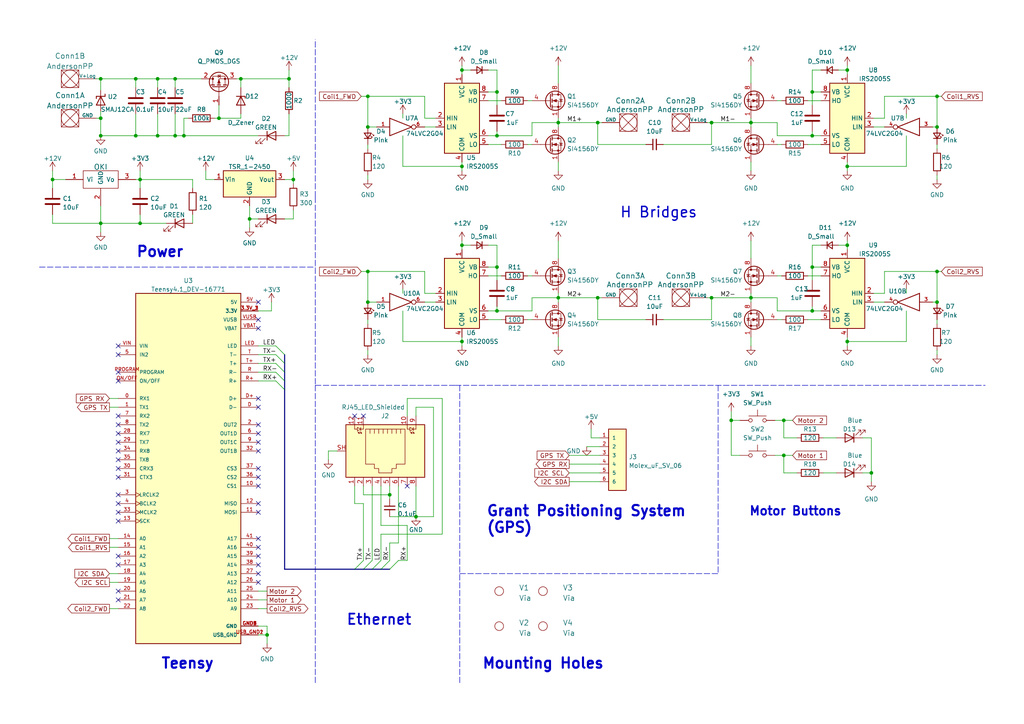
<source format=kicad_sch>
(kicad_sch (version 20211123) (generator eeschema)
  (paper "A4")
  (title_block (title "Signal Stack Board") (company "Mars Rover Design Team"))
  (junction (at 173.355 35.56))
  (junction (at 133.985 20.32))
  (junction (at 72.39 63.5))
  (junction (at 217.805 35.56))
  (junction (at 161.925 35.56))
  (junction (at 245.745 20.32))
  (junction (at 161.925 86.36))
  (junction (at 206.375 35.56))
  (junction (at 133.985 71.12))
  (junction (at 106.68 27.94))
  (junction (at 206.375 86.36))
  (junction (at 144.145 77.47))
  (junction (at 144.145 90.17))
  (junction (at 53.34 39.37))
  (junction (at 245.745 71.12))
  (junction (at 144.145 39.37))
  (junction (at 106.68 36.83))
  (junction (at 235.585 39.37))
  (junction (at 106.68 78.74))
  (junction (at 173.355 86.36))
  (junction (at 252.73 137.16))
  (junction (at 227.33 121.92))
  (junction (at 106.68 87.63))
  (junction (at 29.21 34.29))
  (junction (at 40.64 52.07))
  (junction (at 217.805 86.36))
  (junction (at 39.37 22.86))
  (junction (at 235.585 90.17))
  (junction (at 69.85 22.86))
  (junction (at 245.745 99.06))
  (junction (at 29.21 22.86))
  (junction (at 29.21 39.37))
  (junction (at 50.8 22.86))
  (junction (at 45.72 39.37))
  (junction (at 227.33 132.08))
  (junction (at 235.585 26.67))
  (junction (at 271.78 78.74))
  (junction (at 15.24 52.07))
  (junction (at 144.145 26.67))
  (junction (at 113.03 143.51))
  (junction (at 83.82 22.86))
  (junction (at 271.78 87.63))
  (junction (at 50.8 39.37))
  (junction (at 245.745 48.26))
  (junction (at 120.65 149.86))
  (junction (at 39.37 39.37))
  (junction (at 63.5 34.29))
  (junction (at 271.78 36.83))
  (junction (at 133.985 48.26))
  (junction (at 45.72 22.86))
  (junction (at 271.78 27.94))
  (junction (at 133.985 99.06))
  (junction (at 77.47 184.15))
  (junction (at 212.09 121.92))
  (junction (at 235.585 77.47))
  (junction (at 85.09 52.07))
  (junction (at 40.64 64.77))
  (junction (at 29.21 64.77))
  (no_connect (at 34.29 100.33))
  (no_connect (at 34.29 102.87))
  (no_connect (at 34.29 107.95))
  (no_connect (at 34.29 110.49))
  (no_connect (at 34.29 120.65))
  (no_connect (at 34.29 123.19))
  (no_connect (at 34.29 125.73))
  (no_connect (at 34.29 128.27))
  (no_connect (at 34.29 130.81))
  (no_connect (at 34.29 133.35))
  (no_connect (at 34.29 135.89))
  (no_connect (at 34.29 138.43))
  (no_connect (at 34.29 143.51))
  (no_connect (at 34.29 146.05))
  (no_connect (at 34.29 148.59))
  (no_connect (at 34.29 151.13))
  (no_connect (at 34.29 171.45))
  (no_connect (at 34.29 161.29))
  (no_connect (at 74.93 148.59))
  (no_connect (at 34.29 163.83))
  (no_connect (at 118.11 140.97))
  (no_connect (at 74.93 92.71))
  (no_connect (at 74.93 87.63))
  (no_connect (at 74.93 130.81))
  (no_connect (at 74.93 135.89))
  (no_connect (at 74.93 138.43))
  (no_connect (at 74.93 140.97))
  (no_connect (at 74.93 115.57))
  (no_connect (at 74.93 118.11))
  (no_connect (at 74.93 123.19))
  (no_connect (at 74.93 125.73))
  (no_connect (at 74.93 128.27))
  (no_connect (at 74.93 95.25))
  (no_connect (at 74.93 146.05))
  (no_connect (at 74.93 156.21))
  (no_connect (at 74.93 163.83))
  (no_connect (at 74.93 166.37))
  (no_connect (at 74.93 168.91))
  (no_connect (at 74.93 158.75))
  (no_connect (at 74.93 161.29))
  (no_connect (at 34.29 173.99))
  (no_connect (at 102.87 120.65))
  (no_connect (at 105.41 120.65))
  (bus_entry (at 80.01 100.33) (size 2.54 2.54))
  (bus_entry (at 80.01 107.95) (size 2.54 2.54))
  (bus_entry (at 110.49 165.1) (size 2.54 -2.54))
  (bus_entry (at 105.41 165.1) (size 2.54 -2.54))
  (bus_entry (at 113.03 165.1) (size 2.54 -2.54))
  (bus_entry (at 102.87 165.1) (size 2.54 -2.54))
  (bus_entry (at 80.01 105.41) (size 2.54 2.54))
  (bus_entry (at 80.01 110.49) (size 2.54 2.54))
  (bus_entry (at 80.01 102.87) (size 2.54 2.54))
  (bus_entry (at 107.95 165.1) (size 2.54 -2.54))
  (wire (pts (xy 262.89 39.37) (xy 262.89 48.26)))
  (wire (pts (xy 120.65 120.65) (xy 120.65 118.11)))
  (wire (pts (xy 144.145 77.47) (xy 144.145 81.28)))
  (wire (pts (xy 106.68 92.71) (xy 106.68 93.98)))
  (wire (pts (xy 27.94 34.29) (xy 29.21 34.29)))
  (wire (pts (xy 173.355 35.56) (xy 174.625 35.56)))
  (wire (pts (xy 262.89 90.17) (xy 262.89 99.06)))
  (wire (pts (xy 116.84 48.26) (xy 133.985 48.26)))
  (polyline (pts (xy 208.28 111.76) (xy 208.28 166.37)))
  (bus (pts (xy 82.55 165.1) (xy 102.87 165.1)))
  (wire (pts (xy 106.68 87.63) (xy 109.22 87.63)))
  (wire (pts (xy 235.585 39.37) (xy 225.425 39.37)))
  (wire (pts (xy 106.68 78.74) (xy 106.68 87.63)))
  (wire (pts (xy 271.78 78.74) (xy 273.05 78.74)))
  (wire (pts (xy 235.585 90.17) (xy 225.425 90.17)))
  (wire (pts (xy 253.365 36.83) (xy 256.54 36.83)))
  (wire (pts (xy 40.64 62.23) (xy 40.64 64.77)))
  (wire (pts (xy 50.8 33.02) (xy 50.8 39.37)))
  (wire (pts (xy 161.925 85.09) (xy 161.925 86.36)))
  (wire (pts (xy 50.8 22.86) (xy 58.42 22.86)))
  (wire (pts (xy 173.355 92.71) (xy 187.325 92.71)))
  (wire (pts (xy 206.375 35.56) (xy 205.105 35.56)))
  (wire (pts (xy 15.24 52.07) (xy 15.24 54.61)))
  (wire (pts (xy 110.49 152.4) (xy 118.11 152.4)))
  (wire (pts (xy 217.805 86.36) (xy 206.375 86.36)))
  (wire (pts (xy 141.605 39.37) (xy 144.145 39.37)))
  (wire (pts (xy 161.925 35.56) (xy 173.355 35.56)))
  (wire (pts (xy 78.74 87.63) (xy 78.74 90.17)))
  (wire (pts (xy 106.68 50.8) (xy 106.68 52.07)))
  (wire (pts (xy 256.54 78.74) (xy 271.78 78.74)))
  (wire (pts (xy 227.33 132.08) (xy 229.87 132.08)))
  (wire (pts (xy 15.24 64.77) (xy 29.21 64.77)))
  (wire (pts (xy 243.205 71.12) (xy 245.745 71.12)))
  (wire (pts (xy 133.985 71.12) (xy 133.985 72.39)))
  (wire (pts (xy 126.365 34.29) (xy 123.19 34.29)))
  (wire (pts (xy 154.305 35.56) (xy 161.925 35.56)))
  (wire (pts (xy 74.93 105.41) (xy 80.01 105.41)))
  (wire (pts (xy 74.93 100.33) (xy 80.01 100.33)))
  (bus (pts (xy 105.41 165.1) (xy 107.95 165.1)))
  (wire (pts (xy 31.75 118.11) (xy 34.29 118.11)))
  (wire (pts (xy 161.925 19.05) (xy 161.925 24.13)))
  (wire (pts (xy 171.45 127) (xy 173.99 127)))
  (bus (pts (xy 82.55 102.87) (xy 82.55 105.41)))
  (wire (pts (xy 123.19 85.09) (xy 123.19 78.74)))
  (wire (pts (xy 252.73 137.16) (xy 250.19 137.16)))
  (wire (pts (xy 95.25 130.81) (xy 97.79 130.81)))
  (wire (pts (xy 115.57 162.56) (xy 118.11 162.56)))
  (wire (pts (xy 144.145 88.9) (xy 144.145 90.17)))
  (wire (pts (xy 234.315 80.01) (xy 238.125 80.01)))
  (wire (pts (xy 72.39 63.5) (xy 74.93 63.5)))
  (wire (pts (xy 31.75 176.53) (xy 34.29 176.53)))
  (wire (pts (xy 235.585 77.47) (xy 235.585 81.28)))
  (wire (pts (xy 253.365 87.63) (xy 256.54 87.63)))
  (wire (pts (xy 225.425 80.01) (xy 226.695 80.01)))
  (wire (pts (xy 123.19 78.74) (xy 106.68 78.74)))
  (wire (pts (xy 256.54 34.29) (xy 256.54 27.94)))
  (wire (pts (xy 245.745 99.06) (xy 245.745 100.33)))
  (wire (pts (xy 238.76 127) (xy 242.57 127)))
  (wire (pts (xy 206.375 86.36) (xy 205.105 86.36)))
  (wire (pts (xy 29.21 22.86) (xy 29.21 26.2128)))
  (wire (pts (xy 106.68 41.91) (xy 106.68 43.18)))
  (wire (pts (xy 116.84 99.06) (xy 133.985 99.06)))
  (wire (pts (xy 238.125 39.37) (xy 235.585 39.37)))
  (wire (pts (xy 116.84 83.82) (xy 116.84 85.09)))
  (wire (pts (xy 144.145 90.17) (xy 154.305 90.17)))
  (wire (pts (xy 238.125 77.47) (xy 235.585 77.47)))
  (wire (pts (xy 212.09 121.92) (xy 212.09 119.38)))
  (bus (pts (xy 82.55 107.95) (xy 82.55 110.49)))
  (wire (pts (xy 217.805 86.36) (xy 217.805 87.63)))
  (wire (pts (xy 107.95 140.97) (xy 107.95 162.56)))
  (wire (pts (xy 144.145 20.32) (xy 141.605 20.32)))
  (wire (pts (xy 165.1 132.08) (xy 173.99 132.08)))
  (wire (pts (xy 153.035 29.21) (xy 154.305 29.21)))
  (wire (pts (xy 53.34 39.37) (xy 74.93 39.37)))
  (wire (pts (xy 85.09 52.07) (xy 85.09 53.34)))
  (wire (pts (xy 72.39 59.69) (xy 72.39 63.5)))
  (wire (pts (xy 225.425 35.56) (xy 217.805 35.56)))
  (wire (pts (xy 102.87 140.97) (xy 102.87 146.05)))
  (wire (pts (xy 55.88 54.61) (xy 55.88 52.07)))
  (wire (pts (xy 40.64 52.07) (xy 55.88 52.07)))
  (wire (pts (xy 141.605 26.67) (xy 144.145 26.67)))
  (wire (pts (xy 235.585 88.9) (xy 235.585 90.17)))
  (wire (pts (xy 245.745 71.12) (xy 245.745 72.39)))
  (wire (pts (xy 225.425 39.37) (xy 225.425 35.56)))
  (wire (pts (xy 217.805 97.79) (xy 217.805 100.33)))
  (wire (pts (xy 45.72 39.37) (xy 50.8 39.37)))
  (wire (pts (xy 161.925 69.85) (xy 161.925 74.93)))
  (wire (pts (xy 271.78 27.94) (xy 273.05 27.94)))
  (wire (pts (xy 120.65 149.86) (xy 120.65 140.97)))
  (wire (pts (xy 161.925 35.56) (xy 161.925 36.83)))
  (wire (pts (xy 154.305 90.17) (xy 154.305 86.36)))
  (wire (pts (xy 83.82 20.32) (xy 83.82 22.86)))
  (wire (pts (xy 245.745 46.99) (xy 245.745 48.26)))
  (wire (pts (xy 62.23 34.29) (xy 63.5 34.29)))
  (wire (pts (xy 74.93 102.87) (xy 80.01 102.87)))
  (wire (pts (xy 123.19 34.29) (xy 123.19 27.94)))
  (polyline (pts (xy 91.44 57.15) (xy 91.44 11.43)))
  (wire (pts (xy 29.21 22.86) (xy 39.37 22.86)))
  (wire (pts (xy 173.355 86.36) (xy 174.625 86.36)))
  (wire (pts (xy 45.72 33.02) (xy 45.72 39.37)))
  (wire (pts (xy 63.5 34.29) (xy 69.85 34.29)))
  (wire (pts (xy 106.68 101.6) (xy 106.68 102.87)))
  (wire (pts (xy 243.205 20.32) (xy 245.745 20.32)))
  (wire (pts (xy 217.805 35.56) (xy 217.805 36.83)))
  (wire (pts (xy 153.035 92.71) (xy 154.305 92.71)))
  (wire (pts (xy 217.805 46.99) (xy 217.805 49.53)))
  (wire (pts (xy 83.82 25.4) (xy 83.82 22.86)))
  (wire (pts (xy 227.33 121.92) (xy 229.87 121.92)))
  (wire (pts (xy 256.54 85.09) (xy 256.54 78.74)))
  (wire (pts (xy 29.21 64.77) (xy 40.64 64.77)))
  (wire (pts (xy 110.49 140.97) (xy 110.49 152.4)))
  (wire (pts (xy 123.19 27.94) (xy 106.68 27.94)))
  (wire (pts (xy 105.41 146.05) (xy 102.87 146.05)))
  (wire (pts (xy 214.63 121.92) (xy 212.09 121.92)))
  (wire (pts (xy 144.145 38.1) (xy 144.145 39.37)))
  (bus (pts (xy 82.55 110.49) (xy 82.55 113.03)))
  (wire (pts (xy 165.1 137.16) (xy 173.99 137.16)))
  (wire (pts (xy 74.93 110.49) (xy 80.01 110.49)))
  (wire (pts (xy 106.68 36.83) (xy 109.22 36.83)))
  (wire (pts (xy 39.37 22.86) (xy 39.37 25.4)))
  (wire (pts (xy 252.73 139.7) (xy 252.73 137.16)))
  (wire (pts (xy 82.55 63.5) (xy 85.09 63.5)))
  (polyline (pts (xy 11.43 77.47) (xy 91.44 77.47)))
  (wire (pts (xy 235.585 26.67) (xy 235.585 20.32)))
  (wire (pts (xy 104.775 78.74) (xy 106.68 78.74)))
  (wire (pts (xy 69.85 34.29) (xy 69.85 33.02)))
  (wire (pts (xy 235.585 71.12) (xy 238.125 71.12)))
  (wire (pts (xy 271.78 36.83) (xy 270.51 36.83)))
  (wire (pts (xy 225.425 90.17) (xy 225.425 86.36)))
  (bus (pts (xy 82.55 105.41) (xy 82.55 107.95)))
  (wire (pts (xy 192.405 92.71) (xy 206.375 92.71)))
  (wire (pts (xy 39.37 52.07) (xy 40.64 52.07)))
  (wire (pts (xy 144.145 39.37) (xy 154.305 39.37)))
  (wire (pts (xy 238.125 90.17) (xy 235.585 90.17)))
  (wire (pts (xy 217.805 35.56) (xy 206.375 35.56)))
  (wire (pts (xy 141.605 41.91) (xy 145.415 41.91)))
  (wire (pts (xy 161.925 34.29) (xy 161.925 35.56)))
  (wire (pts (xy 31.75 166.37) (xy 34.29 166.37)))
  (polyline (pts (xy 91.44 111.76) (xy 91.44 198.12)))
  (wire (pts (xy 39.37 33.02) (xy 39.37 39.37)))
  (wire (pts (xy 262.89 33.02) (xy 262.89 34.29)))
  (wire (pts (xy 29.21 32.2072) (xy 29.21 34.29)))
  (wire (pts (xy 262.89 83.82) (xy 262.89 85.09)))
  (wire (pts (xy 235.585 26.67) (xy 235.585 30.48)))
  (wire (pts (xy 118.11 115.57) (xy 128.27 115.57)))
  (wire (pts (xy 141.605 80.01) (xy 145.415 80.01)))
  (wire (pts (xy 271.78 78.74) (xy 271.78 87.63)))
  (wire (pts (xy 206.375 92.71) (xy 206.375 86.36)))
  (wire (pts (xy 133.985 97.79) (xy 133.985 99.06)))
  (wire (pts (xy 256.54 27.94) (xy 271.78 27.94)))
  (wire (pts (xy 227.33 127) (xy 231.14 127)))
  (wire (pts (xy 271.78 101.6) (xy 271.78 102.87)))
  (wire (pts (xy 31.75 115.57) (xy 34.29 115.57)))
  (wire (pts (xy 133.985 19.05) (xy 133.985 20.32)))
  (wire (pts (xy 161.925 86.36) (xy 173.355 86.36)))
  (wire (pts (xy 133.985 69.85) (xy 133.985 71.12)))
  (wire (pts (xy 225.425 41.91) (xy 226.695 41.91)))
  (wire (pts (xy 104.775 27.94) (xy 106.68 27.94)))
  (wire (pts (xy 59.69 49.53) (xy 59.69 52.07)))
  (wire (pts (xy 271.78 41.91) (xy 271.78 43.18)))
  (wire (pts (xy 227.33 137.16) (xy 231.14 137.16)))
  (wire (pts (xy 126.365 85.09) (xy 123.19 85.09)))
  (wire (pts (xy 173.355 41.91) (xy 187.325 41.91)))
  (wire (pts (xy 238.76 137.16) (xy 242.57 137.16)))
  (wire (pts (xy 245.745 20.32) (xy 245.745 21.59)))
  (wire (pts (xy 123.19 36.83) (xy 126.365 36.83)))
  (wire (pts (xy 113.03 157.48) (xy 115.57 157.48)))
  (wire (pts (xy 128.27 154.94) (xy 110.49 154.94)))
  (wire (pts (xy 85.09 49.53) (xy 85.09 52.07)))
  (wire (pts (xy 31.75 156.21) (xy 34.29 156.21)))
  (wire (pts (xy 69.85 22.86) (xy 83.82 22.86)))
  (wire (pts (xy 245.745 69.85) (xy 245.745 71.12)))
  (wire (pts (xy 77.47 176.53) (xy 74.93 176.53)))
  (wire (pts (xy 105.41 143.51) (xy 113.03 143.51)))
  (wire (pts (xy 217.805 19.05) (xy 217.805 24.13)))
  (wire (pts (xy 77.47 184.15) (xy 77.47 181.61)))
  (wire (pts (xy 116.84 39.37) (xy 116.84 48.26)))
  (bus (pts (xy 107.95 165.1) (xy 110.49 165.1)))
  (wire (pts (xy 262.89 48.26) (xy 245.745 48.26)))
  (wire (pts (xy 31.75 168.91) (xy 34.29 168.91)))
  (wire (pts (xy 105.41 162.56) (xy 105.41 146.05)))
  (wire (pts (xy 224.79 121.92) (xy 227.33 121.92)))
  (wire (pts (xy 72.39 63.5) (xy 72.39 66.04)))
  (wire (pts (xy 171.45 124.46) (xy 171.45 127)))
  (wire (pts (xy 19.05 52.07) (xy 15.24 52.07)))
  (wire (pts (xy 161.925 86.36) (xy 161.925 87.63)))
  (wire (pts (xy 133.985 99.06) (xy 133.985 100.33)))
  (wire (pts (xy 59.69 52.07) (xy 62.23 52.07)))
  (wire (pts (xy 40.64 52.07) (xy 40.64 54.61)))
  (wire (pts (xy 45.72 22.86) (xy 45.72 25.4)))
  (wire (pts (xy 235.585 38.1) (xy 235.585 39.37)))
  (wire (pts (xy 120.65 118.11) (xy 125.73 118.11)))
  (wire (pts (xy 224.79 132.08) (xy 227.33 132.08)))
  (wire (pts (xy 133.985 48.26) (xy 133.985 49.53)))
  (wire (pts (xy 83.82 39.37) (xy 83.82 33.02)))
  (wire (pts (xy 252.73 127) (xy 250.19 127)))
  (wire (pts (xy 144.145 77.47) (xy 144.145 71.12)))
  (wire (pts (xy 192.405 41.91) (xy 206.375 41.91)))
  (wire (pts (xy 50.8 39.37) (xy 53.34 39.37)))
  (wire (pts (xy 116.84 33.02) (xy 116.84 34.29)))
  (wire (pts (xy 238.125 41.91) (xy 234.315 41.91)))
  (wire (pts (xy 225.425 92.71) (xy 226.695 92.71)))
  (polyline (pts (xy 132.08 111.76) (xy 285.75 111.76)))
  (wire (pts (xy 118.11 152.4) (xy 118.11 162.56)))
  (wire (pts (xy 123.19 87.63) (xy 126.365 87.63)))
  (wire (pts (xy 77.47 181.61) (xy 74.93 181.61)))
  (wire (pts (xy 68.58 22.86) (xy 69.85 22.86)))
  (wire (pts (xy 39.37 39.37) (xy 45.72 39.37)))
  (wire (pts (xy 141.605 92.71) (xy 145.415 92.71)))
  (wire (pts (xy 116.84 90.17) (xy 116.84 99.06)))
  (wire (pts (xy 141.605 77.47) (xy 144.145 77.47)))
  (wire (pts (xy 235.585 20.32) (xy 238.125 20.32)))
  (bus (pts (xy 102.87 165.1) (xy 105.41 165.1)))
  (wire (pts (xy 40.64 64.77) (xy 48.26 64.77)))
  (wire (pts (xy 170.18 129.54) (xy 173.99 129.54)))
  (wire (pts (xy 245.745 48.26) (xy 245.745 49.53)))
  (wire (pts (xy 238.125 92.71) (xy 234.315 92.71)))
  (wire (pts (xy 55.88 62.23) (xy 55.88 64.77)))
  (wire (pts (xy 141.605 29.21) (xy 145.415 29.21)))
  (wire (pts (xy 77.47 184.15) (xy 74.93 184.15)))
  (wire (pts (xy 212.09 121.92) (xy 212.09 132.08)))
  (wire (pts (xy 206.375 41.91) (xy 206.375 35.56)))
  (wire (pts (xy 217.805 69.85) (xy 217.805 74.93)))
  (wire (pts (xy 40.64 49.53) (xy 40.64 52.07)))
  (wire (pts (xy 136.525 20.32) (xy 133.985 20.32)))
  (wire (pts (xy 125.73 118.11) (xy 125.73 149.86)))
  (wire (pts (xy 165.1 134.62) (xy 173.99 134.62)))
  (wire (pts (xy 238.125 26.67) (xy 235.585 26.67)))
  (wire (pts (xy 110.49 154.94) (xy 110.49 162.56)))
  (wire (pts (xy 133.985 46.99) (xy 133.985 48.26)))
  (wire (pts (xy 144.145 26.67) (xy 144.145 30.48)))
  (wire (pts (xy 153.035 41.91) (xy 154.305 41.91)))
  (wire (pts (xy 271.78 92.71) (xy 271.78 93.98)))
  (wire (pts (xy 74.93 107.95) (xy 80.01 107.95)))
  (wire (pts (xy 217.805 85.09) (xy 217.805 86.36)))
  (wire (pts (xy 136.525 71.12) (xy 133.985 71.12)))
  (polyline (pts (xy 91.44 57.15) (xy 91.44 111.76)))
  (polyline (pts (xy 91.44 111.76) (xy 132.08 111.76)))
  (wire (pts (xy 29.21 39.37) (xy 29.21 34.29)))
  (wire (pts (xy 27.94 22.86) (xy 29.21 22.86)))
  (wire (pts (xy 125.73 149.86) (xy 120.65 149.86)))
  (wire (pts (xy 154.305 39.37) (xy 154.305 35.56)))
  (wire (pts (xy 15.24 62.23) (xy 15.24 64.77)))
  (wire (pts (xy 77.47 186.69) (xy 77.47 184.15)))
  (bus (pts (xy 110.49 165.1) (xy 113.03 165.1)))
  (wire (pts (xy 217.805 34.29) (xy 217.805 35.56)))
  (wire (pts (xy 118.11 120.65) (xy 118.11 115.57)))
  (wire (pts (xy 113.03 157.48) (xy 113.03 162.56)))
  (wire (pts (xy 113.03 149.86) (xy 120.65 149.86)))
  (wire (pts (xy 39.37 22.86) (xy 45.72 22.86)))
  (wire (pts (xy 234.315 29.21) (xy 238.125 29.21)))
  (wire (pts (xy 113.03 143.51) (xy 113.03 140.97)))
  (wire (pts (xy 225.425 29.21) (xy 226.695 29.21)))
  (wire (pts (xy 165.1 139.7) (xy 173.99 139.7)))
  (wire (pts (xy 173.355 41.91) (xy 173.355 35.56)))
  (wire (pts (xy 50.8 22.86) (xy 50.8 25.4)))
  (wire (pts (xy 133.985 20.32) (xy 133.985 21.59)))
  (wire (pts (xy 128.27 115.57) (xy 128.27 154.94)))
  (wire (pts (xy 69.85 22.86) (xy 69.85 25.4)))
  (wire (pts (xy 262.89 99.06) (xy 245.745 99.06)))
  (wire (pts (xy 115.57 157.48) (xy 115.57 140.97)))
  (wire (pts (xy 235.585 77.47) (xy 235.585 71.12)))
  (wire (pts (xy 74.93 173.99) (xy 77.47 173.99)))
  (bus (pts (xy 82.55 113.03) (xy 82.55 165.1)))
  (wire (pts (xy 29.21 59.69) (xy 29.21 64.77)))
  (wire (pts (xy 53.34 34.29) (xy 53.34 39.37)))
  (wire (pts (xy 85.09 52.07) (xy 82.55 52.07)))
  (wire (pts (xy 253.365 34.29) (xy 256.54 34.29)))
  (wire (pts (xy 227.33 132.08) (xy 227.33 137.16)))
  (wire (pts (xy 253.365 85.09) (xy 256.54 85.09)))
  (wire (pts (xy 153.035 80.01) (xy 154.305 80.01)))
  (wire (pts (xy 144.145 71.12) (xy 141.605 71.12)))
  (wire (pts (xy 252.73 137.16) (xy 252.73 127)))
  (wire (pts (xy 161.925 46.99) (xy 161.925 49.53)))
  (wire (pts (xy 141.605 90.17) (xy 144.145 90.17)))
  (wire (pts (xy 53.34 34.29) (xy 54.61 34.29)))
  (wire (pts (xy 212.09 132.08) (xy 214.63 132.08)))
  (wire (pts (xy 106.68 27.94) (xy 106.68 36.83)))
  (wire (pts (xy 29.21 39.37) (xy 39.37 39.37)))
  (wire (pts (xy 227.33 121.92) (xy 227.33 127)))
  (wire (pts (xy 245.745 97.79) (xy 245.745 99.06)))
  (wire (pts (xy 82.55 39.37) (xy 83.82 39.37)))
  (wire (pts (xy 154.305 86.36) (xy 161.925 86.36)))
  (wire (pts (xy 78.74 90.17) (xy 74.93 90.17)))
  (wire (pts (xy 271.78 87.63) (xy 270.51 87.63)))
  (wire (pts (xy 63.5 34.29) (xy 63.5 30.48)))
  (wire (pts (xy 113.03 143.51) (xy 113.03 144.78)))
  (wire (pts (xy 29.21 64.77) (xy 29.21 67.31)))
  (wire (pts (xy 105.41 140.97) (xy 105.41 143.51)))
  (polyline (pts (xy 133.35 166.37) (xy 208.28 166.37)))
  (wire (pts (xy 74.93 171.45) (xy 77.47 171.45)))
  (wire (pts (xy 161.925 97.79) (xy 161.925 100.33)))
  (wire (pts (xy 245.745 19.05) (xy 245.745 20.32)))
  (wire (pts (xy 95.25 133.35) (xy 95.25 130.81)))
  (wire (pts (xy 15.24 49.53) (xy 15.24 52.07)))
  (wire (pts (xy 85.09 63.5) (xy 85.09 60.96)))
  (wire (pts (xy 173.355 92.71) (xy 173.355 86.36)))
  (wire (pts (xy 144.145 26.67) (xy 144.145 20.32)))
  (wire (pts (xy 45.72 22.86) (xy 50.8 22.86)))
  (wire (pts (xy 271.78 50.8) (xy 271.78 52.07)))
  (polyline (pts (xy 133.35 111.76) (xy 133.35 198.12)))
  (wire (pts (xy 225.425 86.36) (xy 217.805 86.36)))
  (wire (pts (xy 271.78 27.94) (xy 271.78 36.83)))
  (wire (pts (xy 31.75 158.75) (xy 34.29 158.75)))
  (text "Motor Buttons" (at 217.17 149.86 0) (effects (font (size 2.5 2.5) (thickness 0.5) bold) (justify left bottom)))
  (text "Ethernet" (at 100.33 181.61 0) (effects (font (size 3 3) (thickness 0.5) bold) (justify left bottom)))
  (text "H Bridges" (at 179.705 63.5 0) (effects (font (size 3 3) (thickness 0.4) bold) (justify left bottom)))
  (text "Mounting Holes" (at 139.7 194.31 0) (effects (font (size 3 3) (thickness 0.6) bold) (justify left bottom)))
  (text "Power" (at 39.37 74.93 0) (effects (font (size 3 3) bold) (justify left bottom)))
  (text "Teensy" (at 62.23 194.31 180) (effects (font (size 3 3) bold) (justify right bottom)))
  (text "Grant Positioning System\n(GPS)" (at 140.97 154.94 0) (effects (font (size 3 3) (thickness 0.6) bold) (justify left bottom)))
  (label "RX-" (at 76.2 107.95 0))
  (label "TX+" (at 105.41 162.56 90))
  (label "LED" (at 76.2 100.33 0))
  (label "M2+" (at 164.465 86.36 0))
  (label "TX-" (at 76.2 102.87 0))
  (label "RX-" (at 113.03 162.56 90))
  (label "M1+" (at 164.465 35.56 0))
  (label "TX-" (at 107.95 162.56 90))
  (label "TX+" (at 76.2 105.41 0))
  (label "LED" (at 110.49 162.56 90))
  (label "M2-" (at 208.915 86.36 0))
  (label "RX+" (at 118.11 162.56 90))
  (label "M1-" (at 208.915 35.56 0))
  (label "RX+" (at 76.2 110.49 0))
  (global_label "Coil1_RVS" (shape output) (at 31.75 158.75 180) (property "Intersheet References" "${INTERSHEET_REFS}" (effects hide)))
  (global_label "Motor 1" (shape input) (at 229.87 132.08 0) (property "Intersheet References" "${INTERSHEET_REFS}" (effects hide)))
  (global_label "GPS TX" (shape input) (at 165.1 132.08 180) (property "Intersheet References" "${INTERSHEET_REFS}" (effects hide)))
  (global_label "GPS RX" (shape output) (at 165.1 134.62 180) (property "Intersheet References" "${INTERSHEET_REFS}" (effects hide)))
  (global_label "Coil2_FWD" (shape output) (at 31.75 176.53 180) (property "Intersheet References" "${INTERSHEET_REFS}" (effects hide)))
  (global_label "Coil1_FWD" (shape output) (at 31.75 156.21 180) (property "Intersheet References" "${INTERSHEET_REFS}" (effects hide)))
  (global_label "Coil1_RVS" (shape input) (at 273.05 27.94 0) (property "Intersheet References" "${INTERSHEET_REFS}" (effects hide)))
  (global_label "I2C SCL" (shape input) (at 165.1 137.16 180) (property "Intersheet References" "${INTERSHEET_REFS}" (effects hide)))
  (global_label "Motor 2" (shape output) (at 77.47 171.45 0) (property "Intersheet References" "${INTERSHEET_REFS}" (effects hide)))
  (global_label "Coil1_FWD" (shape input) (at 104.775 27.94 180) (property "Intersheet References" "${INTERSHEET_REFS}" (effects hide)))
  (global_label "Coil2_FWD" (shape input) (at 104.775 78.74 180) (property "Intersheet References" "${INTERSHEET_REFS}" (effects hide)))
  (global_label "Motor 2" (shape input) (at 229.87 121.92 0) (property "Intersheet References" "${INTERSHEET_REFS}" (effects hide)))
  (global_label "GPS RX" (shape input) (at 31.75 115.57 180) (property "Intersheet References" "${INTERSHEET_REFS}" (effects hide)))
  (global_label "I2C SDA" (shape output) (at 165.1 139.7 180) (property "Intersheet References" "${INTERSHEET_REFS}" (effects hide)))
  (global_label "Coil2_RVS" (shape input) (at 273.05 78.74 0) (property "Intersheet References" "${INTERSHEET_REFS}" (effects hide)))
  (global_label "Motor 1" (shape output) (at 77.47 173.99 0) (property "Intersheet References" "${INTERSHEET_REFS}" (effects hide)))
  (global_label "I2C SCL" (shape output) (at 31.75 168.91 180) (property "Intersheet References" "${INTERSHEET_REFS}" (effects hide)))
  (global_label "GPS TX" (shape output) (at 31.75 118.11 180) (property "Intersheet References" "${INTERSHEET_REFS}" (effects hide)))
  (global_label "Coil2_RVS" (shape output) (at 77.47 176.53 0) (property "Intersheet References" "${INTERSHEET_REFS}" (effects hide)))
  (global_label "I2C SDA" (shape input) (at 31.75 166.37 180) (property "Intersheet References" "${INTERSHEET_REFS}" (effects hide)))
  (symbol (lib_id "power:GND") (at 245.745 49.53 0) (unit 1)
    (property "Reference" "#PWR035" (effects hide))
    (property "Value" "GND" (at 245.745 54.61 0))
  )
  (symbol (lib_id "power:+3V3") (at 78.74 87.63 0) (unit 1)
    (property "Reference" "#PWR09" (effects hide))
    (property "Value" "+3V3" (at 78.74 84.0542 0))
  )
  (symbol (lib_id "power:GND") (at 133.985 100.33 0) (unit 1)
    (property "Reference" "#PWR019" (effects hide))
    (property "Value" "GND" (at 133.985 105.41 0))
  )
  (symbol (lib_id "MRDT_Connectors:Molex_uF_SV_06") (at 179.07 132.08 0) (unit 1)
    (property "Reference" "J3" (at 182.372 132.5153 0) (effects (justify left)))
    (property "Value" "Molex_uF_SV_06" (at 182.372 135.0522 0) (effects (justify left)))
    (property "Footprint" "Connector_Molex:Molex_SL_171971-0006_1x06_P2.54mm_Vertical" (effects hide))
    (property "MANUFACTURER" "MOLEX" (effects hide))
  )
  (symbol (lib_id "power:+12V") (at 217.805 69.85 0) (unit 1)
    (property "Reference" "#PWR030" (effects hide))
    (property "Value" "+12V" (at 217.805 64.77 0))
  )
  (symbol (lib_id "Transistor_FET:FDS2734") (at 220.345 29.21 0) (mirror y) (unit 1)
    (property "Reference" "Q5" (at 215.265 27.94 0) (effects (justify left)))
    (property "Value" "SI4156DY" (at 215.265 30.48 0) (effects (justify left)))
    (property "Footprint" "Package_SO:SOIC-8_3.9x4.9mm_P1.27mm" (effects hide))
    (property "Datasheet" "https://www.onsemi.com/pdf/datasheet/fds8896-d.pdf" (effects hide))
  )
  (symbol (lib_id "Device:C") (at 144.145 85.09 0) (unit 1)
    (property "Reference" "C8" (at 146.685 83.82 0) (effects (justify left)))
    (property "Value" "1uF" (at 146.685 86.36 0) (effects (justify left)))
    (property "Footprint" "Capacitor_SMD:C_0603_1608Metric_Pad1.08x0.95mm_HandSolder" (effects hide))
  )
  (symbol (lib_id "Device:R") (at 234.95 127 90) (unit 1)
    (property "Reference" "R13" (at 234.95 124.46 90))
    (property "Value" "120" (at 234.95 127 90))
    (property "Footprint" "Resistor_SMD:R_0603_1608Metric_Pad0.98x0.95mm_HandSolder" (effects hide))
  )
  (symbol (lib_id "power:GND") (at 170.18 129.54 0) (unit 1)
    (property "Reference" "#PWR032" (effects hide))
    (property "Value" "GND" (at 166.37 130.81 0))
  )
  (symbol (lib_id "power:GND") (at 161.925 100.33 0) (unit 1)
    (property "Reference" "#PWR025" (effects hide))
    (property "Value" "GND" (at 161.925 105.41 0))
  )
  (symbol (lib_name "GND_2") (lib_id "power:GND") (at 252.73 139.7 0) (unit 1)
    (property "Reference" "#PWR040" (effects hide))
    (property "Value" "GND" (at 252.73 144.78 0))
  )
  (symbol (lib_id "Device:C") (at 45.72 29.21 0) (unit 1)
    (property "Reference" "C4" (at 45.72 26.67 0) (effects (justify left)))
    (property "Value" "10uF" (at 45.72 31.75 0) (effects (justify left)))
    (property "Footprint" "Capacitor_SMD:C_0603_1608Metric_Pad1.08x0.95mm_HandSolder" (effects hide))
  )
  (symbol (lib_id "Device:C") (at 144.145 34.29 0) (mirror y) (unit 1)
    (property "Reference" "C7" (at 149.225 33.02 0) (effects (justify left)))
    (property "Value" "1uF" (at 150.495 35.56 0) (effects (justify left)))
    (property "Footprint" "Capacitor_SMD:C_0603_1608Metric_Pad1.08x0.95mm_HandSolder" (effects hide))
  )
  (symbol (lib_id "Device:LED") (at 78.74 39.37 0) (unit 1)
    (property "Reference" "D2" (at 77.1525 34.4002 0))
    (property "Value" "GREEN" (at 77.1525 36.9371 0))
    (property "Footprint" "Diode_SMD:D_0603_1608Metric_Pad1.05x0.95mm_HandSolder" (effects hide))
  )
  (symbol (lib_id "Transistor_FET:FDS2734") (at 159.385 80.01 0) (unit 1)
    (property "Reference" "Q3" (at 164.465 78.74 0) (effects (justify left)))
    (property "Value" "SI4156DY" (at 164.465 81.28 0) (effects (justify left)))
    (property "Footprint" "Package_SO:SOIC-8_3.9x4.9mm_P1.27mm" (effects hide))
    (property "Datasheet" "https://www.onsemi.com/pdf/datasheet/fds8896-d.pdf" (effects hide))
  )
  (symbol (lib_id "Device:R") (at 85.09 57.15 0) (unit 1)
    (property "Reference" "R3" (at 86.868 56.3153 0) (effects (justify left)))
    (property "Value" "300" (at 86.868 58.8522 0) (effects (justify left)))
    (property "Footprint" "Resistor_SMD:R_0603_1608Metric_Pad0.98x0.95mm_HandSolder" (effects hide))
  )
  (symbol (lib_id "Device:R") (at 149.225 41.91 90) (unit 1)
    (property "Reference" "R10" (at 149.225 44.45 90))
    (property "Value" "100" (at 149.225 41.91 90))
    (property "Footprint" "Resistor_SMD:R_0603_1608Metric_Pad0.98x0.95mm_HandSolder" (effects hide))
  )
  (symbol (lib_id "Device:C") (at 40.64 58.42 0) (unit 1)
    (property "Reference" "C2" (at 43.561 57.5853 0) (effects (justify left)))
    (property "Value" "10uF" (at 43.561 60.1222 0) (effects (justify left)))
    (property "Footprint" "Capacitor_SMD:C_0603_1608Metric_Pad1.08x0.95mm_HandSolder" (effects hide))
  )
  (symbol (lib_id "power:+12V") (at 15.24 49.53 0) (unit 1)
    (property "Reference" "#PWR01" (effects hide))
    (property "Value" "+12V" (at 15.24 45.9542 0))
  )
  (symbol (lib_id "Device:C_Small") (at 189.865 92.71 90) (unit 1)
    (property "Reference" "C11" (at 189.8713 86.36 90))
    (property "Value" "10uF" (at 189.8713 88.9 90))
    (property "Footprint" "Capacitor_SMD:C_0603_1608Metric_Pad1.08x0.95mm_HandSolder" (effects hide))
  )
  (symbol (lib_id "74xGxx:74LVC2G04") (at 116.84 87.63 0) (unit 1)
    (property "Reference" "U10" (at 119.38 85.09 0))
    (property "Value" "74LVC2G04" (at 123.19 89.535 0))
    (property "Footprint" "Package_TO_SOT_SMD:SOT-23-6_Handsoldering" (effects hide))
    (property "Datasheet" "http://www.ti.com/lit/sg/scyt129e/scyt129e.pdf" (effects hide))
  )
  (symbol (lib_id "Switch:SW_Push") (at 219.71 132.08 0) (unit 1)
    (property "Reference" "SW2" (at 219.71 124.46 0))
    (property "Value" "SW_Push" (at 219.71 127 0))
    (property "Footprint" "Button_Switch_SMD:SW_SPST_TL3305A" (effects hide))
  )
  (symbol (lib_id "power:+12V") (at 217.805 19.05 0) (unit 1)
    (property "Reference" "#PWR028" (effects hide))
    (property "Value" "+12V" (at 217.805 13.97 0))
  )
  (symbol (lib_id "Device:R") (at 149.225 92.71 90) (unit 1)
    (property "Reference" "R12" (at 149.225 95.25 90))
    (property "Value" "100" (at 149.225 92.71 90))
    (property "Footprint" "Resistor_SMD:R_0603_1608Metric_Pad0.98x0.95mm_HandSolder" (effects hide))
  )
  (symbol (lib_id "power:GND") (at 29.21 39.37 0) (unit 1)
    (property "Reference" "#PWR03" (effects hide))
    (property "Value" "GND" (at 29.21 43.8134 0))
  )
  (symbol (lib_id "power:+12V") (at 245.745 69.85 0) (unit 1)
    (property "Reference" "#PWR036" (effects hide))
    (property "Value" "+12V" (at 245.745 64.77 0))
  )
  (symbol (lib_id "Device:LED_Small") (at 106.68 39.37 270) (mirror x) (unit 1)
    (property "Reference" "D4" (at 110.49 38.1 90))
    (property "Value" "Pink" (at 110.49 40.64 90))
    (property "Footprint" "Diode_SMD:D_0603_1608Metric_Pad1.05x0.95mm_HandSolder" (effects hide))
  )
  (symbol (lib_id "Driver_FET:IRS2005S") (at 245.745 85.09 0) (mirror y) (unit 1)
    (property "Reference" "U9" (at 254.635 71.12 0) (effects (justify left)))
    (property "Value" "IRS2005S" (at 258.445 73.66 0) (effects (justify left)))
    (property "Footprint" "Package_SO:SOIC-8_3.9x4.9mm_P1.27mm" (effects hide))
    (property "Datasheet" "https://www.infineon.com/dgdl/Infineon-IRS2005S-DS-v02_00-EN.pdf?fileId=5546d462533600a4015364c4246229e1" (effects hide))
  )
  (symbol (lib_id "power:+3V3") (at 116.84 33.02 0) (unit 1)
    (property "Reference" "#PWR020" (effects hide))
    (property "Value" "+3V3" (at 116.84 29.4442 0))
  )
  (symbol (lib_id "power:+12V") (at 245.745 19.05 0) (unit 1)
    (property "Reference" "#PWR034" (effects hide))
    (property "Value" "+12V" (at 245.745 13.97 0))
  )
  (symbol (lib_id "MRDT_Connectors:AndersonPP") (at 17.78 25.4 0) (unit 2)
    (property "Reference" "Conn1" (at 20.32 16.2359 0) (effects (font (size 1.524 1.524))))
    (property "Value" "AndersonPP" (at 20.32 19.2293 0) (effects (font (size 1.524 1.524))))
    (property "Footprint" "MRDT_Connectors:Square_Anderson_2_H_Side_By_Side" (effects hide))
  )
  (symbol (lib_id "power:+3V3") (at 40.64 49.53 0) (unit 1)
    (property "Reference" "#PWR04" (effects hide))
    (property "Value" "+3V3" (at 40.64 45.9542 0))
  )
  (symbol (lib_id "Device:LED") (at 52.07 64.77 0) (unit 1)
    (property "Reference" "D1" (at 50.4825 59.8002 0))
    (property "Value" "GREEN" (at 50.4825 62.3371 0))
    (property "Footprint" "Diode_SMD:D_0603_1608Metric_Pad1.05x0.95mm_HandSolder" (effects hide))
  )
  (symbol (lib_id "Transistor_FET:FDS2734") (at 159.385 41.91 0) (unit 1)
    (property "Reference" "Q2" (at 164.465 40.64 0) (effects (justify left)))
    (property "Value" "SI4156DY" (at 164.465 43.18 0) (effects (justify left)))
    (property "Footprint" "Package_SO:SOIC-8_3.9x4.9mm_P1.27mm" (effects hide))
    (property "Datasheet" "https://www.onsemi.com/pdf/datasheet/fds8896-d.pdf" (effects hide))
  )
  (symbol (lib_id "MRDT_Drill_Holes:Via") (at 144.78 181.61 0) (unit 1)
    (property "Reference" "V2" (at 150.495 180.6338 0) (effects (font (size 1.524 1.524)) (justify left)))
    (property "Value" "Via" (at 150.495 183.6272 0) (effects (font (size 1.524 1.524)) (justify left)))
    (property "Footprint" "MRDT_Drill_Holes:4_40_Hole_Corner" (effects hide))
  )
  (symbol (lib_id "Device:LED_Small") (at 271.78 39.37 270) (mirror x) (unit 1)
    (property "Reference" "D6" (at 275.59 38.1 90))
    (property "Value" "Pink" (at 275.59 40.64 90))
    (property "Footprint" "Diode_SMD:D_0603_1608Metric_Pad1.05x0.95mm_HandSolder" (effects hide))
  )
  (symbol (lib_id "Driver_FET:IRS2005S") (at 133.985 34.29 0) (unit 1)
    (property "Reference" "U5" (at 135.255 45.72 0) (effects (justify left)))
    (property "Value" "IRS2005S" (at 135.255 48.26 0) (effects (justify left)))
    (property "Footprint" "Package_SO:SOIC-8_3.9x4.9mm_P1.27mm" (effects hide))
    (property "Datasheet" "https://www.infineon.com/dgdl/Infineon-IRS2005S-DS-v02_00-EN.pdf?fileId=5546d462533600a4015364c4246229e1" (effects hide))
  )
  (symbol (lib_id "Driver_FET:IRS2005S") (at 245.745 34.29 0) (mirror y) (unit 1)
    (property "Reference" "U8" (at 254.635 20.32 0) (effects (justify left)))
    (property "Value" "IRS2005S" (at 258.445 22.86 0) (effects (justify left)))
    (property "Footprint" "Package_SO:SOIC-8_3.9x4.9mm_P1.27mm" (effects hide))
    (property "Datasheet" "https://www.infineon.com/dgdl/Infineon-IRS2005S-DS-v02_00-EN.pdf?fileId=5546d462533600a4015364c4246229e1" (effects hide))
  )
  (symbol (lib_id "Device:D_Small") (at 139.065 20.32 0) (mirror y) (unit 1)
    (property "Reference" "D8" (at 140.335 15.24 0))
    (property "Value" "D_Small" (at 140.335 17.78 0))
    (property "Footprint" "Diode_SMD:D_0603_1608Metric_Pad1.05x0.95mm_HandSolder" (effects hide))
  )
  (symbol (lib_id "Device:C") (at 235.585 85.09 0) (unit 1)
    (property "Reference" "C13" (at 230.505 83.82 0) (effects (justify left)))
    (property "Value" "1uF" (at 229.235 86.36 0) (effects (justify left)))
    (property "Footprint" "Capacitor_SMD:C_0603_1608Metric_Pad1.08x0.95mm_HandSolder" (effects hide))
  )
  (symbol (lib_id "power:GND") (at 245.745 100.33 0) (unit 1)
    (property "Reference" "#PWR037" (effects hide))
    (property "Value" "GND" (at 245.745 105.41 0))
  )
  (symbol (lib_id "Device:R") (at 55.88 58.42 0) (unit 1)
    (property "Reference" "R1" (at 57.658 57.5853 0) (effects (justify left)))
    (property "Value" "120" (at 57.658 60.1222 0) (effects (justify left)))
    (property "Footprint" "Resistor_SMD:R_0603_1608Metric_Pad0.98x0.95mm_HandSolder" (effects hide))
  )
  (symbol (lib_id "Device:R") (at 230.505 92.71 270) (mirror x) (unit 1)
    (property "Reference" "R17" (at 230.505 95.25 90))
    (property "Value" "100" (at 230.505 92.71 90))
    (property "Footprint" "Resistor_SMD:R_0603_1608Metric_Pad0.98x0.95mm_HandSolder" (effects hide))
  )
  (symbol (lib_id "MRDT_Drill_Holes:Via") (at 157.48 181.61 0) (unit 1)
    (property "Reference" "V4" (at 163.195 180.6338 0) (effects (font (size 1.524 1.524)) (justify left)))
    (property "Value" "Via" (at 163.195 183.6272 0) (effects (font (size 1.524 1.524)) (justify left)))
    (property "Footprint" "MRDT_Drill_Holes:4_40_Hole_Corner" (effects hide))
  )
  (symbol (lib_id "MRDT_Drill_Holes:Via") (at 144.78 171.45 0) (unit 1)
    (property "Reference" "V1" (at 150.495 170.4738 0) (effects (font (size 1.524 1.524)) (justify left)))
    (property "Value" "Via" (at 150.495 173.4672 0) (effects (font (size 1.524 1.524)) (justify left)))
    (property "Footprint" "MRDT_Drill_Holes:4_40_Hole_Corner" (effects hide))
  )
  (symbol (lib_id "MRDT_Drill_Holes:Via") (at 157.48 171.45 0) (unit 1)
    (property "Reference" "V3" (at 163.195 170.4738 0) (effects (font (size 1.524 1.524)) (justify left)))
    (property "Value" "Via" (at 163.195 173.4672 0) (effects (font (size 1.524 1.524)) (justify left)))
    (property "Footprint" "MRDT_Drill_Holes:4_40_Hole_Corner" (effects hide))
  )
  (symbol (lib_id "power:+12V") (at 133.985 69.85 0) (unit 1)
    (property "Reference" "#PWR018" (effects hide))
    (property "Value" "+12V" (at 133.985 64.77 0))
  )
  (symbol (lib_id "MRDT_Shields:Teensy4.1_DEV-16771") (at 54.61 135.89 0) (unit 1)
    (property "Reference" "U3" (at 54.61 81.3902 0))
    (property "Value" "Teensy4.1_DEV-16771" (at 54.61 83.9271 0))
    (property "Footprint" "MRDT_Shields:Teensy_4_1_Ethernet" (effects hide))
    (property "STANDARD" "Manufacturer recommendations" (effects hide))
    (property "MAXIMUM_PACKAGE_HEIGHT" "4.07mm" (effects hide))
    (property "MANUFACTURER" "SparkFun Electronics" (effects hide))
    (property "PARTREV" "4.1" (effects hide))
  )
  (symbol (lib_id "Device:C") (at 15.24 58.42 0) (unit 1)
    (property "Reference" "C1" (at 18.161 57.5853 0) (effects (justify left)))
    (property "Value" "10uF" (at 18.161 60.1222 0) (effects (justify left)))
    (property "Footprint" "Capacitor_SMD:C_0603_1608Metric_Pad1.08x0.95mm_HandSolder" (effects hide))
  )
  (symbol (lib_id "Transistor_FET:FDS2734") (at 159.385 92.71 0) (unit 1)
    (property "Reference" "Q4" (at 164.465 91.44 0) (effects (justify left)))
    (property "Value" "SI4156DY" (at 164.465 93.98 0) (effects (justify left)))
    (property "Footprint" "Package_SO:SOIC-8_3.9x4.9mm_P1.27mm" (effects hide))
    (property "Datasheet" "https://www.onsemi.com/pdf/datasheet/fds8896-d.pdf" (effects hide))
  )
  (symbol (lib_id "MRDT_Devices:OKI") (at 24.13 54.61 0) (unit 1)
    (property "Reference" "U1" (effects hide))
    (property "Value" "OKI" (at 29.21 48.4393 0) (effects (font (size 1.524 1.524))))
    (property "Footprint" "MRDT_Devices:OKI_Horizontal" (effects hide))
  )
  (symbol (lib_id "Device:LED") (at 78.74 63.5 0) (unit 1)
    (property "Reference" "D3" (at 77.1525 58.5302 0))
    (property "Value" "GREEN" (at 77.1525 61.0671 0))
    (property "Footprint" "Diode_SMD:D_0603_1608Metric_Pad1.05x0.95mm_HandSolder" (effects hide))
  )
  (symbol (lib_id "74xGxx:74LVC2G04") (at 116.84 36.83 0) (unit 1)
    (property "Reference" "U7" (at 119.38 34.29 0))
    (property "Value" "74LVC2G04" (at 123.19 38.735 0))
    (property "Footprint" "Package_TO_SOT_SMD:SOT-23-6_Handsoldering" (effects hide))
    (property "Datasheet" "http://www.ti.com/lit/sg/scyt129e/scyt129e.pdf" (effects hide))
  )
  (symbol (lib_id "Device:D_Small") (at 240.665 20.32 0) (unit 1)
    (property "Reference" "D10" (at 239.395 15.24 0))
    (property "Value" "D_Small" (at 238.125 17.78 0))
    (property "Footprint" "Diode_SMD:D_0603_1608Metric_Pad1.05x0.95mm_HandSolder" (effects hide))
  )
  (symbol (lib_id "Driver_FET:IRS2005S") (at 133.985 85.09 0) (unit 1)
    (property "Reference" "U6" (at 135.255 96.52 0) (effects (justify left)))
    (property "Value" "IRS2005S" (at 135.255 99.06 0) (effects (justify left)))
    (property "Footprint" "Package_SO:SOIC-8_3.9x4.9mm_P1.27mm" (effects hide))
    (property "Datasheet" "https://www.infineon.com/dgdl/Infineon-IRS2005S-DS-v02_00-EN.pdf?fileId=5546d462533600a4015364c4246229e1" (effects hide))
  )
  (symbol (lib_id "Device:R") (at 271.78 46.99 180) (unit 1)
    (property "Reference" "R6" (at 274.32 45.72 0))
    (property "Value" "120" (at 274.32 48.26 0))
    (property "Footprint" "Resistor_SMD:R_0603_1608Metric_Pad0.98x0.95mm_HandSolder" (effects hide))
  )
  (symbol (lib_id "Device:LED_Small") (at 106.68 90.17 270) (mirror x) (unit 1)
    (property "Reference" "D5" (at 110.49 88.9 90))
    (property "Value" "Pink" (at 110.49 91.44 90))
    (property "Footprint" "Diode_SMD:D_0603_1608Metric_Pad1.05x0.95mm_HandSolder" (effects hide))
  )
  (symbol (lib_id "power:GND") (at 72.39 66.04 0) (unit 1)
    (property "Reference" "#PWR06" (effects hide))
    (property "Value" "GND" (at 72.39 70.4834 0))
  )
  (symbol (lib_id "Device:D_Small") (at 240.665 71.12 0) (unit 1)
    (property "Reference" "D11" (at 239.395 66.04 0))
    (property "Value" "D_Small" (at 238.125 68.58 0))
    (property "Footprint" "Diode_SMD:D_0603_1608Metric_Pad1.05x0.95mm_HandSolder" (effects hide))
  )
  (symbol (lib_id "Transistor_FET:FDS2734") (at 220.345 80.01 0) (mirror y) (unit 1)
    (property "Reference" "Q7" (at 215.265 78.74 0) (effects (justify left)))
    (property "Value" "SI4156DY" (at 215.265 81.28 0) (effects (justify left)))
    (property "Footprint" "Package_SO:SOIC-8_3.9x4.9mm_P1.27mm" (effects hide))
    (property "Datasheet" "https://www.onsemi.com/pdf/datasheet/fds8896-d.pdf" (effects hide))
  )
  (symbol (lib_id "power:+12V") (at 133.985 19.05 0) (unit 1)
    (property "Reference" "#PWR016" (effects hide))
    (property "Value" "+12V" (at 133.985 13.97 0))
  )
  (symbol (lib_id "MRDT_Connectors:AndersonPP") (at 194.945 38.1 0) (unit 2)
    (property "Reference" "Conn2" (at 197.485 29.21 0) (effects (font (size 1.524 1.524))))
    (property "Value" "AndersonPP" (at 197.485 31.75 0) (effects (font (size 1.524 1.524))))
    (property "Footprint" "MRDT_Connectors:Square_Anderson_2_H_Side_By_Side" (effects hide))
  )
  (symbol (lib_id "power:+12V") (at 83.82 20.32 0) (unit 1)
    (property "Reference" "#PWR07" (effects hide))
    (property "Value" "+12V" (at 83.82 16.7442 0))
  )
  (symbol (lib_id "power:GND") (at 133.985 49.53 0) (unit 1)
    (property "Reference" "#PWR017" (effects hide))
    (property "Value" "GND" (at 133.985 54.61 0))
  )
  (symbol (lib_id "Transistor_FET:FDS2734") (at 220.345 41.91 0) (mirror y) (unit 1)
    (property "Reference" "Q6" (at 215.265 40.64 0) (effects (justify left)))
    (property "Value" "SI4156DY" (at 215.265 43.18 0) (effects (justify left)))
    (property "Footprint" "Package_SO:SOIC-8_3.9x4.9mm_P1.27mm" (effects hide))
    (property "Datasheet" "https://www.onsemi.com/pdf/datasheet/fds8896-d.pdf" (effects hide))
  )
  (symbol (lib_id "power:GND") (at 161.925 49.53 0) (unit 1)
    (property "Reference" "#PWR023" (effects hide))
    (property "Value" "GND" (at 161.925 54.61 0))
  )
  (symbol (lib_id "Device:R") (at 58.42 34.29 90) (unit 1)
    (property "Reference" "R8" (at 58.42 31.75 90))
    (property "Value" "100k" (at 58.42 34.29 90))
    (property "Footprint" "Resistor_SMD:R_0603_1608Metric_Pad0.98x0.95mm_HandSolder" (effects hide))
  )
  (symbol (lib_id "Regulator_Switching:TSR_1-2450") (at 72.39 54.61 0) (unit 1)
    (property "Reference" "U4" (at 72.39 45.8302 0))
    (property "Value" "TSR_1-2450" (at 72.39 48.3671 0))
    (property "Footprint" "MRDT_Devices:TSR_1-2433" (effects hide))
    (property "Datasheet" "http://www.tracopower.com/products/tsr1.pdf" (effects hide))
  )
  (symbol (lib_id "power:GND") (at 106.68 52.07 0) (unit 1)
    (property "Reference" "#PWR012" (effects hide))
    (property "Value" "GND" (at 106.68 56.5134 0))
  )
  (symbol (lib_id "Connector:RJ45_LED_Shielded") (at 110.49 130.81 270) (unit 1)
    (property "Reference" "J2" (at 110.49 120.65 90) (effects (justify left)))
    (property "Value" "RJ45_LED_Shielded" (at 99.06 118.11 90) (effects (justify left)))
    (property "Footprint" "MRDT_Connectors:RJ45_Teensy" (effects hide))
  )
  (symbol (lib_id "Device:R") (at 230.505 41.91 270) (mirror x) (unit 1)
    (property "Reference" "R15" (at 230.505 44.45 90))
    (property "Value" "100" (at 230.505 41.91 90))
    (property "Footprint" "Resistor_SMD:R_0603_1608Metric_Pad0.98x0.95mm_HandSolder" (effects hide))
  )
  (symbol (lib_id "SMAJ12CA:SMAJ12CA") (at 29.21 29.21 0) (unit 1)
    (property "Reference" "U2" (at 31.242 28.0578 0) (effects (justify left)))
    (property "Value" "SMAJ12CA" (at 29.21 31.75 0) (effects (justify left)))
    (property "Footprint" "MRDT_Actives:DO-214AC" (effects hide))
  )
  (symbol (lib_id "Device:R") (at 149.225 80.01 90) (unit 1)
    (property "Reference" "R11" (at 149.225 77.47 90))
    (property "Value" "100" (at 149.225 80.01 90))
    (property "Footprint" "Resistor_SMD:R_0603_1608Metric_Pad0.98x0.95mm_HandSolder" (effects hide))
  )
  (symbol (lib_name "+3V3_1") (lib_id "power:+3V3") (at 212.09 119.38 0) (unit 1)
    (property "Reference" "#PWR039" (effects hide))
    (property "Value" "+3V3" (at 212.09 114.3 0))
  )
  (symbol (lib_id "power:GND") (at 77.47 186.69 0) (unit 1)
    (property "Reference" "#PWR08" (effects hide))
    (property "Value" "GND" (at 77.47 191.1334 0))
  )
  (symbol (lib_id "power:GND") (at 271.78 102.87 0) (unit 1)
    (property "Reference" "#PWR015" (effects hide))
    (property "Value" "GND" (at 271.78 107.3134 0))
  )
  (symbol (lib_id "power:+3V3") (at 116.84 83.82 0) (unit 1)
    (property "Reference" "#PWR021" (effects hide))
    (property "Value" "+3V3" (at 116.84 80.2442 0))
  )
  (symbol (lib_id "74xGxx:74LVC2G04") (at 262.89 36.83 0) (mirror y) (unit 2)
    (property "Reference" "U7" (at 260.35 34.29 0))
    (property "Value" "74LVC2G04" (at 256.54 38.735 0))
    (property "Footprint" "Package_TO_SOT_SMD:SOT-23-6_Handsoldering" (effects hide))
    (property "Datasheet" "http://www.ti.com/lit/sg/scyt129e/scyt129e.pdf" (effects hide))
  )
  (symbol (lib_id "Device:R") (at 106.68 97.79 180) (unit 1)
    (property "Reference" "R5" (at 109.22 96.52 0))
    (property "Value" "120" (at 109.855 99.06 0))
    (property "Footprint" "Resistor_SMD:R_0603_1608Metric_Pad0.98x0.95mm_HandSolder" (effects hide))
  )
  (symbol (lib_id "Device:R") (at 230.505 80.01 270) (mirror x) (unit 1)
    (property "Reference" "R16" (at 230.505 77.47 90))
    (property "Value" "100" (at 230.505 80.01 90))
    (property "Footprint" "Resistor_SMD:R_0603_1608Metric_Pad0.98x0.95mm_HandSolder" (effects hide))
  )
  (symbol (lib_id "power:+12V") (at 161.925 19.05 0) (unit 1)
    (property "Reference" "#PWR022" (effects hide))
    (property "Value" "+12V" (at 161.925 13.97 0))
  )
  (symbol (lib_id "power:+3V3") (at 262.89 83.82 0) (unit 1)
    (property "Reference" "#PWR027" (effects hide))
    (property "Value" "+3V3" (at 262.89 80.2442 0))
  )
  (symbol (lib_id "Device:LED") (at 246.38 127 180) (unit 1)
    (property "Reference" "D13" (at 246.38 124.46 0))
    (property "Value" "Blue" (at 247.9675 121.92 0))
    (property "Footprint" "LED_SMD:LED_0603_1608Metric_Pad1.05x0.95mm_HandSolder" (effects hide))
  )
  (symbol (lib_id "power:+5V") (at 85.09 49.53 0) (unit 1)
    (property "Reference" "#PWR010" (effects hide))
    (property "Value" "+5V" (at 85.09 45.9542 0))
  )
  (symbol (lib_id "Device:R") (at 271.78 97.79 180) (unit 1)
    (property "Reference" "R7" (at 274.32 96.52 0))
    (property "Value" "120" (at 274.32 99.06 0))
    (property "Footprint" "Resistor_SMD:R_0603_1608Metric_Pad0.98x0.95mm_HandSolder" (effects hide))
  )
  (symbol (lib_id "power:GND") (at 29.21 67.31 0) (unit 1)
    (property "Reference" "#PWR02" (effects hide))
    (property "Value" "GND" (at 29.21 71.7534 0))
  )
  (symbol (lib_id "Device:R") (at 106.68 46.99 180) (unit 1)
    (property "Reference" "R4" (at 109.22 45.72 0))
    (property "Value" "120" (at 109.855 48.26 0))
    (property "Footprint" "Resistor_SMD:R_0603_1608Metric_Pad0.98x0.95mm_HandSolder" (effects hide))
  )
  (symbol (lib_id "MRDT_Connectors:AndersonPP") (at 194.945 88.9 0) (unit 2)
    (property "Reference" "Conn3" (at 197.485 80.01 0) (effects (font (size 1.524 1.524))))
    (property "Value" "AndersonPP" (at 197.485 82.55 0) (effects (font (size 1.524 1.524))))
    (property "Footprint" "MRDT_Connectors:Square_Anderson_2_H_Side_By_Side" (effects hide))
  )
  (symbol (lib_id "Device:R") (at 149.225 29.21 90) (unit 1)
    (property "Reference" "R9" (at 149.225 26.67 90))
    (property "Value" "100" (at 149.225 29.21 90))
    (property "Footprint" "Resistor_SMD:R_0603_1608Metric_Pad0.98x0.95mm_HandSolder" (effects hide))
  )
  (symbol (lib_id "Device:LED") (at 246.38 137.16 180) (unit 1)
    (property "Reference" "D14" (at 246.38 134.62 0))
    (property "Value" "Blue" (at 247.9675 132.08 0))
    (property "Footprint" "LED_SMD:LED_0603_1608Metric_Pad1.05x0.95mm_HandSolder" (effects hide))
  )
  (symbol (lib_id "Device:Q_PMOS_GDS") (at 63.5 25.4 90) (unit 1)
    (property "Reference" "Q9" (at 63.5 15.24 90))
    (property "Value" "Q_PMOS_DGS" (at 63.5 17.78 90))
    (property "Footprint" "Package_TO_SOT_SMD:TO-252-3_TabPin2" (effects hide))
  )
  (symbol (lib_id "74xGxx:74LVC2G04") (at 262.89 87.63 0) (mirror y) (unit 2)
    (property "Reference" "U10" (at 260.35 84.455 0))
    (property "Value" "74LVC2G04" (at 256.54 89.535 0))
    (property "Footprint" "Package_TO_SOT_SMD:SOT-23-6_Handsoldering" (effects hide))
    (property "Datasheet" "http://www.ti.com/lit/sg/scyt129e/scyt129e.pdf" (effects hide))
  )
  (symbol (lib_id "power:+3V3") (at 262.89 33.02 0) (unit 1)
    (property "Reference" "#PWR026" (effects hide))
    (property "Value" "+3V3" (at 262.89 29.4442 0))
  )
  (symbol (lib_id "MRDT_Connectors:AndersonPP") (at 17.78 36.83 0) (unit 1)
    (property "Reference" "Conn1" (at 20.32 27.6659 0) (effects (font (size 1.524 1.524))))
    (property "Value" "AndersonPP" (at 20.32 30.6593 0) (effects (font (size 1.524 1.524))))
    (property "Footprint" "MRDT_Connectors:Square_Anderson_2_H_Side_By_Side" (effects hide))
  )
  (symbol (lib_id "power:+12V") (at 59.69 49.53 0) (unit 1)
    (property "Reference" "#PWR05" (effects hide))
    (property "Value" "+12V" (at 59.69 45.9542 0))
  )
  (symbol (lib_id "Device:C") (at 39.37 29.21 0) (unit 1)
    (property "Reference" "C3" (at 39.37 26.67 0) (effects (justify left)))
    (property "Value" "0.1uF" (at 39.37 31.75 0) (effects (justify left)))
    (property "Footprint" "Capacitor_SMD:C_0603_1608Metric_Pad1.08x0.95mm_HandSolder" (effects hide))
  )
  (symbol (lib_id "power:GND") (at 95.25 133.35 0) (unit 1)
    (property "Reference" "#PWR011" (effects hide))
    (property "Value" "GND" (at 95.25 137.7934 0))
  )
  (symbol (lib_id "Switch:SW_Push") (at 219.71 121.92 0) (unit 1)
    (property "Reference" "SW1" (at 219.71 114.3 0))
    (property "Value" "SW_Push" (at 219.71 116.84 0))
    (property "Footprint" "Button_Switch_SMD:SW_SPST_TL3305A" (effects hide))
  )
  (symbol (lib_id "Device:LED_Small") (at 271.78 90.17 270) (mirror x) (unit 1)
    (property "Reference" "D7" (at 275.59 88.9 90))
    (property "Value" "Pink" (at 275.59 91.44 90))
    (property "Footprint" "Diode_SMD:D_0603_1608Metric_Pad1.05x0.95mm_HandSolder" (effects hide))
  )
  (symbol (lib_id "Transistor_FET:FDS2734") (at 159.385 29.21 0) (unit 1)
    (property "Reference" "Q1" (at 164.465 27.94 0) (effects (justify left)))
    (property "Value" "SI4156DY" (at 164.465 30.48 0) (effects (justify left)))
    (property "Footprint" "Package_SO:SOIC-8_3.9x4.9mm_P1.27mm" (effects hide))
    (property "Datasheet" "https://www.onsemi.com/pdf/datasheet/fds8896-d.pdf" (effects hide))
  )
  (symbol (lib_id "power:GND") (at 106.68 102.87 0) (unit 1)
    (property "Reference" "#PWR013" (effects hide))
    (property "Value" "GND" (at 106.68 107.3134 0))
  )
  (symbol (lib_id "Transistor_FET:FDS2734") (at 220.345 92.71 0) (mirror y) (unit 1)
    (property "Reference" "Q8" (at 215.265 91.44 0) (effects (justify left)))
    (property "Value" "SI4156DY" (at 215.265 93.98 0) (effects (justify left)))
    (property "Footprint" "Package_SO:SOIC-8_3.9x4.9mm_P1.27mm" (effects hide))
    (property "Datasheet" "https://www.onsemi.com/pdf/datasheet/fds8896-d.pdf" (effects hide))
  )
  (symbol (lib_id "Device:C") (at 235.585 34.29 0) (mirror y) (unit 1)
    (property "Reference" "C12" (at 233.045 33.02 0) (effects (justify left)))
    (property "Value" "1uF" (at 233.045 35.56 0) (effects (justify left)))
    (property "Footprint" "Capacitor_SMD:C_0603_1608Metric_Pad1.08x0.95mm_HandSolder" (effects hide))
  )
  (symbol (lib_id "power:GND") (at 271.78 52.07 0) (unit 1)
    (property "Reference" "#PWR014" (effects hide))
    (property "Value" "GND" (at 271.78 56.5134 0))
  )
  (symbol (lib_id "power:GND") (at 217.805 49.53 0) (unit 1)
    (property "Reference" "#PWR029" (effects hide))
    (property "Value" "GND" (at 217.805 54.61 0))
  )
  (symbol (lib_id "Device:C_Small") (at 189.865 41.91 90) (unit 1)
    (property "Reference" "C10" (at 189.8713 35.56 90))
    (property "Value" "10uF" (at 189.8713 38.1 90))
    (property "Footprint" "Capacitor_SMD:C_0603_1608Metric_Pad1.08x0.95mm_HandSolder" (effects hide))
  )
  (symbol (lib_id "Device:R") (at 234.95 137.16 90) (unit 1)
    (property "Reference" "R18" (at 234.95 134.62 90))
    (property "Value" "120" (at 234.95 137.16 90))
    (property "Footprint" "Resistor_SMD:R_0603_1608Metric_Pad0.98x0.95mm_HandSolder" (effects hide))
  )
  (symbol (lib_id "Device:C_Small") (at 113.03 147.32 0) (unit 1)
    (property "Reference" "C6" (at 115.3541 146.4916 0) (effects (justify left)))
    (property "Value" "0.1uF" (at 115.3541 149.0285 0) (effects (justify left)))
    (property "Footprint" "Capacitor_SMD:C_0603_1608Metric_Pad1.08x0.95mm_HandSolder" (effects hide))
  )
  (symbol (lib_id "Device:R") (at 83.82 29.21 180) (unit 1)
    (property "Reference" "R2" (at 85.09 29.21 0) (effects (justify right)))
    (property "Value" "1000" (at 83.82 31.75 90) (effects (justify right)))
    (property "Footprint" "Resistor_SMD:R_0603_1608Metric_Pad0.98x0.95mm_HandSolder" (effects hide))
  )
  (symbol (lib_id "Device:C") (at 50.8 29.21 0) (unit 1)
    (property "Reference" "C5" (at 50.8 26.67 0) (effects (justify left)))
    (property "Value" "22uF" (at 50.8 31.75 0) (effects (justify left)))
    (property "Footprint" "Capacitor_SMD:C_0603_1608Metric_Pad1.08x0.95mm_HandSolder" (effects hide))
  )
  (symbol (lib_name "GND_1") (lib_id "power:GND") (at 120.65 149.86 0) (unit 1)
    (property "Reference" "#PWR038" (effects hide))
    (property "Value" "GND" (at 120.65 153.67 0))
  )
  (symbol (lib_id "Device:D_Zener") (at 69.85 29.21 270) (unit 1)
    (property "Reference" "D12" (at 71.12 27.94 90) (effects (justify left)))
    (property "Value" "D_Zener" (at 66.04 35.56 90) (effects (justify left)))
    (property "Footprint" "Package_TO_SOT_SMD:SOT-23-3" (effects hide))
  )
  (symbol (lib_id "power:GND") (at 217.805 100.33 0) (unit 1)
    (property "Reference" "#PWR031" (effects hide))
    (property "Value" "GND" (at 217.805 105.41 0))
  )
  (symbol (lib_id "MRDT_Connectors:AndersonPP") (at 184.785 33.02 180) (unit 1)
    (property "Reference" "Conn2" (at 178.435 29.21 0) (effects (font (size 1.524 1.524)) (justify right)))
    (property "Value" "AndersonPP" (at 175.895 31.75 0) (effects (font (size 1.524 1.524)) (justify right)))
    (property "Footprint" "MRDT_Connectors:Square_Anderson_2_H_Side_By_Side" (effects hide))
  )
  (symbol (lib_id "Device:D_Small") (at 139.065 71.12 0) (mirror y) (unit 1)
    (property "Reference" "D9" (at 140.335 66.04 0))
    (property "Value" "D_Small" (at 140.335 68.58 0))
    (property "Footprint" "Diode_SMD:D_0603_1608Metric_Pad1.05x0.95mm_HandSolder" (effects hide))
  )
  (symbol (lib_id "MRDT_Connectors:AndersonPP") (at 184.785 83.82 180) (unit 1)
    (property "Reference" "Conn3" (at 178.435 80.01 0) (effects (font (size 1.524 1.524)) (justify right)))
    (property "Value" "AndersonPP" (at 175.895 82.55 0) (effects (font (size 1.524 1.524)) (justify right)))
    (property "Footprint" "MRDT_Connectors:Square_Anderson_2_H_Side_By_Side" (effects hide))
  )
  (symbol (lib_id "Device:R") (at 230.505 29.21 270) (mirror x) (unit 1)
    (property "Reference" "R14" (at 230.505 26.67 90))
    (property "Value" "100" (at 230.505 29.21 90))
    (property "Footprint" "Resistor_SMD:R_0603_1608Metric_Pad0.98x0.95mm_HandSolder" (effects hide))
  )
  (symbol (lib_id "power:+12V") (at 161.925 69.85 0) (unit 1)
    (property "Reference" "#PWR024" (effects hide))
    (property "Value" "+12V" (at 161.925 64.77 0))
  )
  (symbol (lib_id "power:+5V") (at 171.45 124.46 0) (unit 1)
    (property "Reference" "#PWR033" (effects hide))
    (property "Value" "+5V" (at 171.45 120.8842 0))
  )
)
</source>
